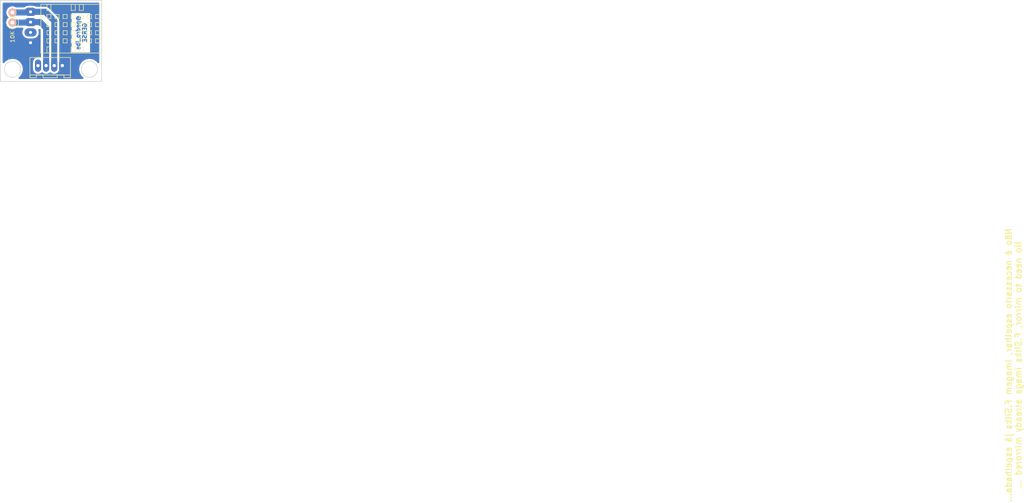
<source format=kicad_pcb>
(kicad_pcb (version 4) (host pcbnew 4.0.2+dfsg1-stable)

  (general
    (links 5)
    (no_connects 0)
    (area 14.375 13.875 267.4 138.9)
    (thickness 1.6)
    (drawings 8)
    (tracks 9)
    (zones 0)
    (modules 3)
    (nets 6)
  )

  (page A4)
  (title_block
    (title "Modulo Sensor DHT11 - Grove 4 pinos universal")
    (date 2017-07-11)
    (rev 1.2)
    (company "Shield Sensor Base Grover GERSE")
    (comment 2 "Pedro Igor B. S.")
  )

  (layers
    (0 F.Cu signal)
    (31 B.Cu signal)
    (32 B.Adhes user)
    (33 F.Adhes user)
    (34 B.Paste user)
    (35 F.Paste user)
    (36 B.SilkS user)
    (37 F.SilkS user)
    (38 B.Mask user)
    (39 F.Mask user)
    (40 Dwgs.User user)
    (41 Cmts.User user)
    (42 Eco1.User user)
    (43 Eco2.User user)
    (44 Edge.Cuts user)
    (45 Margin user)
    (46 B.CrtYd user)
    (47 F.CrtYd user)
    (48 B.Fab user)
    (49 F.Fab user)
  )

  (setup
    (last_trace_width 0.25)
    (user_trace_width 0.8)
    (user_trace_width 1)
    (user_trace_width 1.5)
    (user_trace_width 2)
    (user_trace_width 2.5)
    (user_trace_width 3)
    (trace_clearance 0.2)
    (zone_clearance 0.5)
    (zone_45_only no)
    (trace_min 0.2)
    (segment_width 0.2)
    (edge_width 0.15)
    (via_size 0.6)
    (via_drill 0.4)
    (via_min_size 0.4)
    (via_min_drill 0.3)
    (user_via 1.5 1)
    (user_via 2 1)
    (user_via 2.5 1)
    (user_via 3 1)
    (uvia_size 0.3)
    (uvia_drill 0.1)
    (uvias_allowed no)
    (uvia_min_size 0.2)
    (uvia_min_drill 0.1)
    (pcb_text_width 0.3)
    (pcb_text_size 1.5 1.5)
    (mod_edge_width 0.15)
    (mod_text_size 1 1)
    (mod_text_width 0.15)
    (pad_size 2 4)
    (pad_drill 1.00076)
    (pad_to_mask_clearance 0.2)
    (aux_axis_origin 0 0)
    (visible_elements 7FFFFF7F)
    (pcbplotparams
      (layerselection 0x00030_80000001)
      (usegerberextensions false)
      (excludeedgelayer true)
      (linewidth 0.100000)
      (plotframeref false)
      (viasonmask false)
      (mode 1)
      (useauxorigin false)
      (hpglpennumber 1)
      (hpglpenspeed 20)
      (hpglpendiameter 15)
      (hpglpenoverlay 2)
      (psnegative false)
      (psa4output false)
      (plotreference true)
      (plotvalue true)
      (plotinvisibletext false)
      (padsonsilk false)
      (subtractmaskfromsilk false)
      (outputformat 1)
      (mirror false)
      (drillshape 1)
      (scaleselection 1)
      (outputdirectory ""))
  )

  (net 0 "")
  (net 1 DHT11)
  (net 2 "Net-(U1-Pad3)")
  (net 3 GND)
  (net 4 VCC)
  (net 5 "Net-(P1-Pad1)")

  (net_class Default "This is the default net class."
    (clearance 0.2)
    (trace_width 0.25)
    (via_dia 0.6)
    (via_drill 0.4)
    (uvia_dia 0.3)
    (uvia_drill 0.1)
    (add_net DHT11)
    (add_net GND)
    (add_net "Net-(P1-Pad1)")
    (add_net "Net-(U1-Pad3)")
    (add_net VCC)
  )

  (module MY_kicad:Resistor_Vertical_RM3mm (layer F.Cu) (tedit 5964E63B) (tstamp 5964F284)
    (at 18 18 90)
    (descr "Resistor, Vertical, RM 5mm, 1/3W,")
    (tags "Resistor, Vertical, RM 5mm, 1/3W,")
    (path /594A778B)
    (fp_text reference R1 (at -2.5 -2.5 90) (layer F.SilkS) hide
      (effects (font (size 1 1) (thickness 0.15)))
    )
    (fp_text value 10K (at -6 0 90) (layer F.SilkS)
      (effects (font (size 1 1) (thickness 0.15)))
    )
    (fp_circle (center -2.5 0) (end -2.5 1.5) (layer F.SilkS) (width 0.15))
    (fp_line (start -1.59906 0) (end -0.5983 0) (layer F.SilkS) (width 0.15))
    (pad 1 thru_hole circle (at -2.49936 0 90) (size 1.99898 1.99898) (drill 1.00076) (layers *.Cu *.SilkS *.Mask)
      (net 1 DHT11))
    (pad 2 thru_hole circle (at 0 0 90) (size 1.99898 1.99898) (drill 1.00076) (layers *.Cu *.SilkS *.Mask)
      (net 4 VCC))
  )

  (module MY_kicad:DHT11 (layer F.Cu) (tedit 594A8B40) (tstamp 5964F1D7)
    (at 25 28)
    (path /594A7708)
    (fp_text reference U1 (at 1.5 -13) (layer F.SilkS) hide
      (effects (font (size 1 1) (thickness 0.15)))
    )
    (fp_text value DHT11 (at 12.5 -12.75) (layer F.Fab) hide
      (effects (font (size 1 1) (thickness 0.15)))
    )
    (fp_line (start 14.5 -9.5) (end 15 -9.5) (layer F.SilkS) (width 0.15))
    (fp_line (start 14.5 -8.5) (end 15 -8.5) (layer F.SilkS) (width 0.15))
    (fp_line (start 14.5 -7.5) (end 15 -7.5) (layer F.SilkS) (width 0.15))
    (fp_line (start 14.5 -6.5) (end 15 -6.5) (layer F.SilkS) (width 0.15))
    (fp_line (start 14.5 -4.5) (end 15 -4.5) (layer F.SilkS) (width 0.15))
    (fp_line (start 14.5 -5.5) (end 15 -5.5) (layer F.SilkS) (width 0.15))
    (fp_line (start 14.5 -2.5) (end 15 -2.5) (layer F.SilkS) (width 0.15))
    (fp_line (start 15 -3.5) (end 14.5 -3.5) (layer F.SilkS) (width 0.15))
    (fp_line (start 9.5 -3.5) (end 10.5 -3.5) (layer F.SilkS) (width 0.15))
    (fp_line (start 10.5 -3.5) (end 10.5 -2.5) (layer F.SilkS) (width 0.15))
    (fp_line (start 10.5 -2.5) (end 9.5 -2.5) (layer F.SilkS) (width 0.15))
    (fp_line (start 9.5 -2.5) (end 9.5 -3.5) (layer F.SilkS) (width 0.15))
    (fp_line (start 9.5 -5.5) (end 10.5 -5.5) (layer F.SilkS) (width 0.15))
    (fp_line (start 10.5 -5.5) (end 10.5 -4.5) (layer F.SilkS) (width 0.15))
    (fp_line (start 10.5 -4.5) (end 9.5 -4.5) (layer F.SilkS) (width 0.15))
    (fp_line (start 9.5 -4.5) (end 9.5 -5.5) (layer F.SilkS) (width 0.15))
    (fp_line (start 9.5 -7.5) (end 10.5 -7.5) (layer F.SilkS) (width 0.15))
    (fp_line (start 10.5 -7.5) (end 10.5 -6.5) (layer F.SilkS) (width 0.15))
    (fp_line (start 10.5 -6.5) (end 9.5 -6.5) (layer F.SilkS) (width 0.15))
    (fp_line (start 9.5 -6.5) (end 9.5 -7.5) (layer F.SilkS) (width 0.15))
    (fp_line (start 9.5 -9.5) (end 10.5 -9.5) (layer F.SilkS) (width 0.15))
    (fp_line (start 10.5 -9.5) (end 10.5 -8.5) (layer F.SilkS) (width 0.15))
    (fp_line (start 10.5 -8.5) (end 9.5 -8.5) (layer F.SilkS) (width 0.15))
    (fp_line (start 9.5 -8.5) (end 9.5 -9.5) (layer F.SilkS) (width 0.15))
    (fp_line (start 11.5 -3.5) (end 12.5 -3.5) (layer F.SilkS) (width 0.15))
    (fp_line (start 12.5 -3.5) (end 12.5 -2.5) (layer F.SilkS) (width 0.15))
    (fp_line (start 12.5 -2.5) (end 11.5 -2.5) (layer F.SilkS) (width 0.15))
    (fp_line (start 11.5 -2.5) (end 11.5 -3.5) (layer F.SilkS) (width 0.15))
    (fp_line (start 11.5 -5.5) (end 12.5 -5.5) (layer F.SilkS) (width 0.15))
    (fp_line (start 12.5 -5.5) (end 12.5 -4.5) (layer F.SilkS) (width 0.15))
    (fp_line (start 12.5 -4.5) (end 11.5 -4.5) (layer F.SilkS) (width 0.15))
    (fp_line (start 11.5 -4.5) (end 11.5 -5.5) (layer F.SilkS) (width 0.15))
    (fp_line (start 11.5 -7.5) (end 12.5 -7.5) (layer F.SilkS) (width 0.15))
    (fp_line (start 12.5 -7.5) (end 12.5 -6.5) (layer F.SilkS) (width 0.15))
    (fp_line (start 12.5 -6.5) (end 11.5 -6.5) (layer F.SilkS) (width 0.15))
    (fp_line (start 11.5 -6.5) (end 11.5 -7.5) (layer F.SilkS) (width 0.15))
    (fp_line (start 11.5 -9.5) (end 12.5 -9.5) (layer F.SilkS) (width 0.15))
    (fp_line (start 12.5 -9.5) (end 12.5 -8.5) (layer F.SilkS) (width 0.15))
    (fp_line (start 12.5 -8.5) (end 11.5 -8.5) (layer F.SilkS) (width 0.15))
    (fp_line (start 11.5 -8.5) (end 11.5 -9.5) (layer F.SilkS) (width 0.15))
    (fp_line (start 13.5 -8.5) (end 13.5 -9.5) (layer F.SilkS) (width 0.15))
    (fp_line (start 14.5 -8.5) (end 13.5 -8.5) (layer F.SilkS) (width 0.15))
    (fp_line (start 13.5 -9.5) (end 14.5 -9.5) (layer F.SilkS) (width 0.15))
    (fp_line (start 13.5 -6.5) (end 13.5 -7.5) (layer F.SilkS) (width 0.15))
    (fp_line (start 14.5 -6.5) (end 13.5 -6.5) (layer F.SilkS) (width 0.15))
    (fp_line (start 13.5 -7.5) (end 14.5 -7.5) (layer F.SilkS) (width 0.15))
    (fp_line (start 13.5 -4.5) (end 13.5 -5.5) (layer F.SilkS) (width 0.15))
    (fp_line (start 14.5 -4.5) (end 13.5 -4.5) (layer F.SilkS) (width 0.15))
    (fp_line (start 13.5 -5.5) (end 14.5 -5.5) (layer F.SilkS) (width 0.15))
    (fp_line (start 13.5 -2.5) (end 13.5 -3.5) (layer F.SilkS) (width 0.15))
    (fp_line (start 14.5 -2.5) (end 13.5 -2.5) (layer F.SilkS) (width 0.15))
    (fp_line (start 13.5 -3.5) (end 14.5 -3.5) (layer F.SilkS) (width 0.15))
    (fp_line (start 9.5 -11.5) (end 9.5 -12) (layer F.SilkS) (width 0.15))
    (fp_line (start 9.5 -12) (end 10.5 -12) (layer F.SilkS) (width 0.15))
    (fp_line (start 10.5 -12) (end 10.5 -11.5) (layer F.SilkS) (width 0.15))
    (fp_line (start 10.5 -0.5) (end 10.5 0) (layer F.SilkS) (width 0.15))
    (fp_line (start 9.5 -0.5) (end 9.5 0) (layer F.SilkS) (width 0.15))
    (fp_line (start 9.5 -1.5) (end 10.5 -1.5) (layer F.SilkS) (width 0.15))
    (fp_line (start 10.5 -1.5) (end 10.5 -0.5) (layer F.SilkS) (width 0.15))
    (fp_line (start 9.5 -0.5) (end 9.5 -1.5) (layer F.SilkS) (width 0.15))
    (fp_line (start 7.5 -3.5) (end 8.5 -3.5) (layer F.SilkS) (width 0.15))
    (fp_line (start 8.5 -3.5) (end 8.5 -2.5) (layer F.SilkS) (width 0.15))
    (fp_line (start 8.5 -2.5) (end 7.5 -2.5) (layer F.SilkS) (width 0.15))
    (fp_line (start 7.5 -2.5) (end 7.5 -3.5) (layer F.SilkS) (width 0.15))
    (fp_line (start 7.5 -5.5) (end 8.5 -5.5) (layer F.SilkS) (width 0.15))
    (fp_line (start 8.5 -5.5) (end 8.5 -4.5) (layer F.SilkS) (width 0.15))
    (fp_line (start 8.5 -4.5) (end 7.5 -4.5) (layer F.SilkS) (width 0.15))
    (fp_line (start 7.5 -4.5) (end 7.5 -5.5) (layer F.SilkS) (width 0.15))
    (fp_line (start 7.5 -7.5) (end 8.5 -7.5) (layer F.SilkS) (width 0.15))
    (fp_line (start 8.5 -7.5) (end 8.5 -6.5) (layer F.SilkS) (width 0.15))
    (fp_line (start 8.5 -6.5) (end 7.5 -6.5) (layer F.SilkS) (width 0.15))
    (fp_line (start 7.5 -6.5) (end 7.5 -7.5) (layer F.SilkS) (width 0.15))
    (fp_line (start 7.5 -9.5) (end 8.5 -9.5) (layer F.SilkS) (width 0.15))
    (fp_line (start 8.5 -9.5) (end 8.5 -8.5) (layer F.SilkS) (width 0.15))
    (fp_line (start 8.5 -8.5) (end 7.5 -8.5) (layer F.SilkS) (width 0.15))
    (fp_line (start 7.5 -8.5) (end 7.5 -9.5) (layer F.SilkS) (width 0.15))
    (fp_line (start 10.5 -11.5) (end 10.5 -10.5) (layer F.SilkS) (width 0.15))
    (fp_line (start 10.5 -10.5) (end 9.5 -10.5) (layer F.SilkS) (width 0.15))
    (fp_line (start 9.5 -10.5) (end 9.5 -11.5) (layer F.SilkS) (width 0.15))
    (fp_line (start 7.5 -10.5) (end 7.5 -11.5) (layer F.SilkS) (width 0.15))
    (fp_line (start 8.5 -10.5) (end 7.5 -10.5) (layer F.SilkS) (width 0.15))
    (fp_line (start 8.5 -11.5) (end 8.5 -10.5) (layer F.SilkS) (width 0.15))
    (fp_line (start 5.5 -8.5) (end 5.5 -9.5) (layer F.SilkS) (width 0.15))
    (fp_line (start 6.5 -8.5) (end 5.5 -8.5) (layer F.SilkS) (width 0.15))
    (fp_line (start 6.5 -9.5) (end 6.5 -8.5) (layer F.SilkS) (width 0.15))
    (fp_line (start 5.5 -9.5) (end 6.5 -9.5) (layer F.SilkS) (width 0.15))
    (fp_line (start 5.5 -6.5) (end 5.5 -7.5) (layer F.SilkS) (width 0.15))
    (fp_line (start 6.5 -6.5) (end 5.5 -6.5) (layer F.SilkS) (width 0.15))
    (fp_line (start 6.5 -7.5) (end 6.5 -6.5) (layer F.SilkS) (width 0.15))
    (fp_line (start 5.5 -7.5) (end 6.5 -7.5) (layer F.SilkS) (width 0.15))
    (fp_line (start 5.5 -4.5) (end 5.5 -5.5) (layer F.SilkS) (width 0.15))
    (fp_line (start 6.5 -4.5) (end 5.5 -4.5) (layer F.SilkS) (width 0.15))
    (fp_line (start 6.5 -5.5) (end 6.5 -4.5) (layer F.SilkS) (width 0.15))
    (fp_line (start 5.5 -5.5) (end 6.5 -5.5) (layer F.SilkS) (width 0.15))
    (fp_line (start 5.5 -2.5) (end 5.5 -3.5) (layer F.SilkS) (width 0.15))
    (fp_line (start 6.5 -2.5) (end 5.5 -2.5) (layer F.SilkS) (width 0.15))
    (fp_line (start 6.5 -3.5) (end 6.5 -2.5) (layer F.SilkS) (width 0.15))
    (fp_line (start 5.5 -3.5) (end 6.5 -3.5) (layer F.SilkS) (width 0.15))
    (fp_line (start 7.5 -0.5) (end 7.5 -1.5) (layer F.SilkS) (width 0.15))
    (fp_line (start 8.5 -1.5) (end 8.5 -0.5) (layer F.SilkS) (width 0.15))
    (fp_line (start 7.5 -1.5) (end 8.5 -1.5) (layer F.SilkS) (width 0.15))
    (fp_line (start 7.5 -0.5) (end 7.5 0) (layer F.SilkS) (width 0.15))
    (fp_line (start 8.5 -0.5) (end 8.5 0) (layer F.SilkS) (width 0.15))
    (fp_line (start 8.5 -12) (end 8.5 -11.5) (layer F.SilkS) (width 0.15))
    (fp_line (start 7.5 -12) (end 8.5 -12) (layer F.SilkS) (width 0.15))
    (fp_line (start 7.5 -11.5) (end 7.5 -12) (layer F.SilkS) (width 0.15))
    (fp_line (start 3.5 -8.5) (end 3.5 -9.5) (layer F.SilkS) (width 0.15))
    (fp_line (start 4.5 -8.5) (end 3.5 -8.5) (layer F.SilkS) (width 0.15))
    (fp_line (start 4.5 -9.5) (end 4.5 -8.5) (layer F.SilkS) (width 0.15))
    (fp_line (start 3.5 -9.5) (end 4.5 -9.5) (layer F.SilkS) (width 0.15))
    (fp_line (start 3.5 -6.5) (end 3.5 -7.5) (layer F.SilkS) (width 0.15))
    (fp_line (start 4.5 -6.5) (end 3.5 -6.5) (layer F.SilkS) (width 0.15))
    (fp_line (start 4.5 -7.5) (end 4.5 -6.5) (layer F.SilkS) (width 0.15))
    (fp_line (start 3.5 -7.5) (end 4.5 -7.5) (layer F.SilkS) (width 0.15))
    (fp_line (start 3.5 -4.5) (end 3.5 -5.5) (layer F.SilkS) (width 0.15))
    (fp_line (start 4.5 -4.5) (end 3.5 -4.5) (layer F.SilkS) (width 0.15))
    (fp_line (start 4.5 -5.5) (end 4.5 -4.5) (layer F.SilkS) (width 0.15))
    (fp_line (start 3.5 -5.5) (end 4.5 -5.5) (layer F.SilkS) (width 0.15))
    (fp_line (start 3.5 -2.5) (end 3.5 -3.5) (layer F.SilkS) (width 0.15))
    (fp_line (start 4.5 -2.5) (end 3.5 -2.5) (layer F.SilkS) (width 0.15))
    (fp_line (start 4.5 -3.5) (end 4.5 -2.5) (layer F.SilkS) (width 0.15))
    (fp_line (start 3.5 -3.5) (end 4.5 -3.5) (layer F.SilkS) (width 0.15))
    (fp_line (start 1.5 -11.5) (end 1.5 -12) (layer F.SilkS) (width 0.15))
    (fp_line (start 1.5 -12) (end 2.5 -12) (layer F.SilkS) (width 0.15))
    (fp_line (start 2.5 -12) (end 2.5 -11.5) (layer F.SilkS) (width 0.15))
    (fp_line (start 2.5 -0.5) (end 2.5 0) (layer F.SilkS) (width 0.15))
    (fp_line (start 1.5 -0.5) (end 1.5 0) (layer F.SilkS) (width 0.15))
    (fp_line (start 1.5 -1.5) (end 2.5 -1.5) (layer F.SilkS) (width 0.15))
    (fp_line (start 2.5 -1.5) (end 2.5 -0.5) (layer F.SilkS) (width 0.15))
    (fp_line (start 1.5 -0.5) (end 1.5 -1.5) (layer F.SilkS) (width 0.15))
    (fp_line (start 1.5 -3.5) (end 2.5 -3.5) (layer F.SilkS) (width 0.15))
    (fp_line (start 2.5 -3.5) (end 2.5 -2.5) (layer F.SilkS) (width 0.15))
    (fp_line (start 2.5 -2.5) (end 1.5 -2.5) (layer F.SilkS) (width 0.15))
    (fp_line (start 1.5 -2.5) (end 1.5 -3.5) (layer F.SilkS) (width 0.15))
    (fp_line (start 1.5 -5.5) (end 2.5 -5.5) (layer F.SilkS) (width 0.15))
    (fp_line (start 2.5 -5.5) (end 2.5 -4.5) (layer F.SilkS) (width 0.15))
    (fp_line (start 2.5 -4.5) (end 1.5 -4.5) (layer F.SilkS) (width 0.15))
    (fp_line (start 1.5 -4.5) (end 1.5 -5.5) (layer F.SilkS) (width 0.15))
    (fp_line (start 1.5 -7.5) (end 2.5 -7.5) (layer F.SilkS) (width 0.15))
    (fp_line (start 2.5 -7.5) (end 2.5 -6.5) (layer F.SilkS) (width 0.15))
    (fp_line (start 2.5 -6.5) (end 1.5 -6.5) (layer F.SilkS) (width 0.15))
    (fp_line (start 1.5 -6.5) (end 1.5 -7.5) (layer F.SilkS) (width 0.15))
    (fp_line (start 1.5 -9.5) (end 2.5 -9.5) (layer F.SilkS) (width 0.15))
    (fp_line (start 2.5 -9.5) (end 2.5 -8.5) (layer F.SilkS) (width 0.15))
    (fp_line (start 2.5 -8.5) (end 1.5 -8.5) (layer F.SilkS) (width 0.15))
    (fp_line (start 1.5 -8.5) (end 1.5 -9.5) (layer F.SilkS) (width 0.15))
    (fp_line (start 2.5 -11.5) (end 2.5 -10.5) (layer F.SilkS) (width 0.15))
    (fp_line (start 2.5 -10.5) (end 1.5 -10.5) (layer F.SilkS) (width 0.15))
    (fp_line (start 1.5 -10.5) (end 1.5 -11.5) (layer F.SilkS) (width 0.15))
    (fp_line (start 0 0) (end 15 0) (layer F.SilkS) (width 0.15))
    (fp_line (start 15 0) (end 15 -12) (layer F.SilkS) (width 0.15))
    (fp_line (start 15 -12) (end 0 -12) (layer F.SilkS) (width 0.15))
    (fp_line (start 0 -12) (end 0 0) (layer F.SilkS) (width 0.15))
    (pad 1 thru_hole oval (at -2.54 -10.16) (size 3 2) (drill 0.762) (layers *.Cu B.Mask)
      (net 4 VCC))
    (pad 2 thru_hole oval (at -2.54 -7.62) (size 3 2) (drill 0.762) (layers *.Cu B.Mask)
      (net 1 DHT11))
    (pad 3 thru_hole oval (at -2.54 -5.08) (size 3 2) (drill 0.762) (layers *.Cu B.Mask)
      (net 2 "Net-(U1-Pad3)"))
    (pad 4 thru_hole oval (at -2.54 -2.54) (size 3 2) (drill 0.762) (layers *.Cu B.Mask)
      (net 3 GND))
  )

  (module "MyFootprint:Grove 4 pinos" (layer F.Cu) (tedit 59AF17EC) (tstamp 59AF1764)
    (at 27.305 31.115)
    (path /594A7750)
    (fp_text reference P1 (at -4 -3) (layer F.SilkS) hide
      (effects (font (size 1 1) (thickness 0.15)))
    )
    (fp_text value DHT11 (at 0 4) (layer F.Fab) hide
      (effects (font (size 1 1) (thickness 0.15)))
    )
    (fp_line (start -5 2.3) (end 5 2.3) (layer F.SilkS) (width 0.15))
    (fp_line (start 1.75 2.3) (end 3.39 2.3) (layer F.SilkS) (width 0.15))
    (fp_line (start 5.01 3) (end 3.39 3) (layer F.SilkS) (width 0.15))
    (fp_line (start 3.39 3) (end 3.39 2.3) (layer F.SilkS) (width 0.15))
    (fp_line (start 5 2.3) (end 5 3) (layer F.SilkS) (width 0.15))
    (fp_line (start -3.38 2.3) (end -1.75 2.3) (layer F.SilkS) (width 0.15))
    (fp_line (start -4.98 3) (end -3.38 3) (layer F.SilkS) (width 0.15))
    (fp_line (start -3.38 3) (end -3.38 2.3) (layer F.SilkS) (width 0.15))
    (fp_line (start -5 2.3) (end -5 3) (layer F.SilkS) (width 0.15))
    (fp_line (start 1.75 3) (end -1.75 3) (layer F.SilkS) (width 0.15))
    (fp_line (start 5 2.3) (end 5 -2) (layer F.SilkS) (width 0.15))
    (fp_line (start -5 -2) (end -5 2.3) (layer F.SilkS) (width 0.15))
    (fp_line (start 1.75 2.3) (end 1.75 3) (layer F.SilkS) (width 0.15))
    (fp_line (start -1.75 2.3) (end -1.75 3) (layer F.SilkS) (width 0.15))
    (fp_line (start -5 -2) (end 5 -2) (layer F.SilkS) (width 0.15))
    (pad 1 thru_hole oval (at -3 0) (size 1.5 3) (drill 0.8) (layers *.Cu)
      (net 5 "Net-(P1-Pad1)"))
    (pad 2 thru_hole oval (at -1 0) (size 1.5 3) (drill 0.8) (layers *.Cu)
      (net 1 DHT11))
    (pad 3 thru_hole oval (at 1 0) (size 1.5 3) (drill 0.8) (layers *.Cu)
      (net 4 VCC))
    (pad 4 thru_hole oval (at 3 0) (size 1.5 3) (drill 0.8) (layers *.Cu)
      (net 3 GND))
  )

  (gr_text "Não é necessario espelhar, imagem F.Silks já espelhada...\nNo need to mirror, F.Silks image already mirrored ..." (at 265 105 90) (layer F.SilkS)
    (effects (font (size 1.5 1.5) (thickness 0.3)) (justify mirror))
  )
  (gr_text "@pedro_ibs\nGERSE" (at 35 23 90) (layer B.Cu) (tstamp 5964F324)
    (effects (font (size 1 1) (thickness 0.25)) (justify mirror))
  )
  (gr_line (start 15 15) (end 15 35) (angle 90) (layer Edge.Cuts) (width 0.15) (tstamp 5964F323))
  (gr_line (start 15 35) (end 40 35) (angle 90) (layer Edge.Cuts) (width 0.15) (tstamp 5964F322))
  (gr_line (start 40 35) (end 40 15) (angle 90) (layer Edge.Cuts) (width 0.15) (tstamp 5964F321))
  (gr_line (start 40 15) (end 15 15) (angle 90) (layer Edge.Cuts) (width 0.15) (tstamp 5964F320))
  (gr_circle (center 18 32) (end 20 32) (layer Edge.Cuts) (width 0.15) (tstamp 5964F31F))
  (gr_circle (center 37 32) (end 39 32) (layer Edge.Cuts) (width 0.15) (tstamp 5964F31E))

  (segment (start 22.46 20.38) (end 24.825 20.38) (width 1.5) (layer B.Cu) (net 1))
  (segment (start 26.305 21.86) (end 26.305 31.115) (width 1.5) (layer B.Cu) (net 1) (tstamp 59AF17A3))
  (segment (start 24.825 20.38) (end 26.305 21.86) (width 1.5) (layer B.Cu) (net 1) (tstamp 59AF17A2))
  (segment (start 18 20.49936) (end 22.34064 20.49936) (width 1.5) (layer B.Cu) (net 1) (tstamp 5964F2B5))
  (segment (start 28.305 31.115) (end 28.305 20.05) (width 1.5) (layer B.Cu) (net 4))
  (segment (start 26.095 17.84) (end 22.46 17.84) (width 1.5) (layer B.Cu) (net 4) (tstamp 59AF17A8))
  (segment (start 28.305 20.05) (end 26.095 17.84) (width 1.5) (layer B.Cu) (net 4) (tstamp 59AF17A7))
  (segment (start 22.3 18) (end 22.46 17.84) (width 1.5) (layer B.Cu) (net 4) (tstamp 5964F2F3))
  (segment (start 18 18) (end 22.3 18) (width 1.5) (layer B.Cu) (net 4) (tstamp 5964F2F2))

  (zone (net 3) (net_name GND) (layer B.Cu) (tstamp 5964F325) (hatch edge 0.508)
    (connect_pads yes (clearance 0.5))
    (min_thickness 0.5)
    (fill yes (arc_segments 16) (thermal_gap 0.508) (thermal_bridge_width 0.508))
    (polygon
      (pts
        (xy 40 35) (xy 15 35) (xy 15 15) (xy 40 15) (xy 40 35)
      )
    )
    (filled_polygon
      (pts
        (xy 39.175 30.267955) (xy 38.997577 30.002423) (xy 38.081081 29.39004) (xy 37 29.175) (xy 35.918919 29.39004)
        (xy 35.002423 30.002423) (xy 34.39004 30.918919) (xy 34.175 32) (xy 34.39004 33.081081) (xy 35.002423 33.997577)
        (xy 35.267955 34.175) (xy 19.732045 34.175) (xy 19.997577 33.997577) (xy 20.60996 33.081081) (xy 20.825 32)
        (xy 20.60996 30.918919) (xy 19.997577 30.002423) (xy 19.081081 29.39004) (xy 18 29.175) (xy 16.918919 29.39004)
        (xy 16.002423 30.002423) (xy 15.825 30.267955) (xy 15.825 18.346468) (xy 16.250207 18.346468) (xy 16.515989 18.989712)
        (xy 16.775526 19.249702) (xy 16.517719 19.507059) (xy 16.250814 20.149838) (xy 16.250207 20.845828) (xy 16.515989 21.489072)
        (xy 17.007699 21.981641) (xy 17.650478 22.248546) (xy 18.346468 22.249153) (xy 18.951016 21.99936) (xy 20.466806 21.99936)
        (xy 20.299131 22.250304) (xy 20.16592 22.92) (xy 20.299131 23.589696) (xy 20.678483 24.157437) (xy 21.246224 24.536789)
        (xy 21.91592 24.67) (xy 23.00408 24.67) (xy 23.673776 24.536789) (xy 24.241517 24.157437) (xy 24.620869 23.589696)
        (xy 24.75408 22.92) (xy 24.632511 22.308831) (xy 24.805 22.48132) (xy 24.805 28.920376) (xy 24.305 28.82092)
        (xy 23.730975 28.935101) (xy 23.24434 29.26026) (xy 22.919181 29.746895) (xy 22.805 30.32092) (xy 22.805 31.90908)
        (xy 22.919181 32.483105) (xy 23.24434 32.96974) (xy 23.730975 33.294899) (xy 24.305 33.40908) (xy 24.879025 33.294899)
        (xy 25.305 33.010272) (xy 25.730975 33.294899) (xy 26.305 33.40908) (xy 26.879025 33.294899) (xy 27.305 33.010272)
        (xy 27.730975 33.294899) (xy 28.305 33.40908) (xy 28.879025 33.294899) (xy 29.36566 32.96974) (xy 29.690819 32.483105)
        (xy 29.805 31.90908) (xy 29.805 20.05) (xy 29.690819 19.475975) (xy 29.36566 18.98934) (xy 28.287034 17.910714)
        (xy 32.35 17.910714) (xy 32.35 28.089286) (xy 37.4 28.089286) (xy 37.4 17.910714) (xy 32.35 17.910714)
        (xy 28.287034 17.910714) (xy 27.15566 16.77934) (xy 26.669025 16.454181) (xy 26.095 16.34) (xy 23.848563 16.34)
        (xy 23.673776 16.223211) (xy 23.00408 16.09) (xy 21.91592 16.09) (xy 21.246224 16.223211) (xy 20.83198 16.5)
        (xy 18.949629 16.5) (xy 18.349522 16.250814) (xy 17.653532 16.250207) (xy 17.010288 16.515989) (xy 16.517719 17.007699)
        (xy 16.250814 17.650478) (xy 16.250207 18.346468) (xy 15.825 18.346468) (xy 15.825 15.825) (xy 39.175 15.825)
      )
    )
  )
)

</source>
